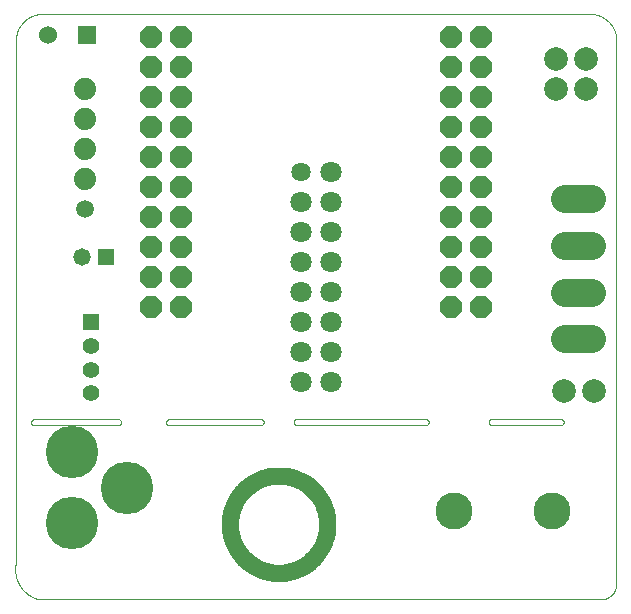
<source format=gts>
G75*
%MOIN*%
%OFA0B0*%
%FSLAX25Y25*%
%IPPOS*%
%LPD*%
%AMOC8*
5,1,8,0,0,1.08239X$1,22.5*
%
%ADD10C,0.00100*%
%ADD11C,0.17500*%
%ADD12R,0.06000X0.06000*%
%ADD13C,0.06000*%
%ADD14C,0.09358*%
%ADD15R,0.05500X0.05500*%
%ADD16C,0.05500*%
%ADD17OC8,0.07500*%
%ADD18C,0.06406*%
%ADD19C,0.07100*%
%ADD20C,0.05600*%
%ADD21C,0.12311*%
%ADD22C,0.07900*%
%ADD23R,0.05815X0.05815*%
%ADD24C,0.05815*%
%ADD25C,0.07400*%
%ADD26C,0.05900*%
D10*
X0014100Y0010000D02*
X0201600Y0010000D01*
X0201740Y0010002D01*
X0201880Y0010008D01*
X0202020Y0010018D01*
X0202160Y0010031D01*
X0202299Y0010049D01*
X0202438Y0010071D01*
X0202575Y0010096D01*
X0202713Y0010125D01*
X0202849Y0010158D01*
X0202984Y0010195D01*
X0203118Y0010236D01*
X0203251Y0010281D01*
X0203383Y0010329D01*
X0203513Y0010381D01*
X0203642Y0010436D01*
X0203769Y0010495D01*
X0203895Y0010558D01*
X0204019Y0010624D01*
X0204140Y0010693D01*
X0204260Y0010766D01*
X0204378Y0010843D01*
X0204493Y0010922D01*
X0204607Y0011005D01*
X0204717Y0011091D01*
X0204826Y0011180D01*
X0204932Y0011272D01*
X0205035Y0011367D01*
X0205136Y0011464D01*
X0205233Y0011565D01*
X0205328Y0011668D01*
X0205420Y0011774D01*
X0205509Y0011883D01*
X0205595Y0011993D01*
X0205678Y0012107D01*
X0205757Y0012222D01*
X0205834Y0012340D01*
X0205907Y0012460D01*
X0205976Y0012581D01*
X0206042Y0012705D01*
X0206105Y0012831D01*
X0206164Y0012958D01*
X0206219Y0013087D01*
X0206271Y0013217D01*
X0206319Y0013349D01*
X0206364Y0013482D01*
X0206405Y0013616D01*
X0206442Y0013751D01*
X0206475Y0013887D01*
X0206504Y0014025D01*
X0206529Y0014162D01*
X0206551Y0014301D01*
X0206569Y0014440D01*
X0206582Y0014580D01*
X0206592Y0014720D01*
X0206598Y0014860D01*
X0206600Y0015000D01*
X0206600Y0195000D01*
X0206628Y0195212D01*
X0206650Y0195424D01*
X0206668Y0195637D01*
X0206680Y0195850D01*
X0206687Y0196064D01*
X0206689Y0196277D01*
X0206686Y0196491D01*
X0206677Y0196704D01*
X0206664Y0196918D01*
X0206645Y0197130D01*
X0206621Y0197343D01*
X0206592Y0197554D01*
X0206558Y0197765D01*
X0206519Y0197975D01*
X0206475Y0198184D01*
X0206426Y0198392D01*
X0206371Y0198598D01*
X0206312Y0198804D01*
X0206248Y0199007D01*
X0206179Y0199210D01*
X0206105Y0199410D01*
X0206026Y0199608D01*
X0205943Y0199805D01*
X0205854Y0200000D01*
X0205761Y0200192D01*
X0205664Y0200382D01*
X0205562Y0200570D01*
X0205455Y0200755D01*
X0205344Y0200937D01*
X0205229Y0201117D01*
X0205109Y0201294D01*
X0204985Y0201468D01*
X0204857Y0201638D01*
X0204724Y0201806D01*
X0204588Y0201971D01*
X0204448Y0202132D01*
X0204304Y0202290D01*
X0204156Y0202444D01*
X0204005Y0202594D01*
X0203849Y0202741D01*
X0203691Y0202884D01*
X0203529Y0203023D01*
X0203363Y0203159D01*
X0203195Y0203290D01*
X0203023Y0203417D01*
X0202849Y0203540D01*
X0202671Y0203659D01*
X0202491Y0203773D01*
X0202307Y0203883D01*
X0202122Y0203988D01*
X0201933Y0204089D01*
X0201743Y0204186D01*
X0201550Y0204277D01*
X0201355Y0204364D01*
X0201158Y0204447D01*
X0200959Y0204524D01*
X0200758Y0204597D01*
X0200555Y0204665D01*
X0200351Y0204728D01*
X0200146Y0204786D01*
X0199939Y0204839D01*
X0199731Y0204887D01*
X0199521Y0204930D01*
X0199311Y0204967D01*
X0199100Y0205000D01*
X0014100Y0205000D01*
X0013886Y0204967D01*
X0013672Y0204928D01*
X0013460Y0204884D01*
X0013248Y0204836D01*
X0013038Y0204781D01*
X0012830Y0204722D01*
X0012622Y0204658D01*
X0012417Y0204588D01*
X0012213Y0204514D01*
X0012011Y0204434D01*
X0011811Y0204350D01*
X0011614Y0204261D01*
X0011418Y0204166D01*
X0011225Y0204068D01*
X0011035Y0203964D01*
X0010847Y0203856D01*
X0010661Y0203743D01*
X0010479Y0203626D01*
X0010299Y0203504D01*
X0010123Y0203378D01*
X0009949Y0203247D01*
X0009779Y0203113D01*
X0009613Y0202974D01*
X0009449Y0202831D01*
X0009290Y0202684D01*
X0009134Y0202534D01*
X0008981Y0202379D01*
X0008833Y0202221D01*
X0008688Y0202059D01*
X0008548Y0201894D01*
X0008411Y0201725D01*
X0008279Y0201553D01*
X0008151Y0201378D01*
X0008027Y0201200D01*
X0007908Y0201019D01*
X0007793Y0200835D01*
X0007683Y0200648D01*
X0007577Y0200458D01*
X0007476Y0200266D01*
X0007380Y0200072D01*
X0007289Y0199875D01*
X0007202Y0199676D01*
X0007120Y0199475D01*
X0007044Y0199272D01*
X0006972Y0199068D01*
X0006905Y0198861D01*
X0006844Y0198653D01*
X0006788Y0198444D01*
X0006736Y0198233D01*
X0006690Y0198021D01*
X0006649Y0197808D01*
X0006614Y0197594D01*
X0006583Y0197379D01*
X0006558Y0197164D01*
X0006539Y0196948D01*
X0006524Y0196731D01*
X0006515Y0196514D01*
X0006511Y0196297D01*
X0006513Y0196080D01*
X0006519Y0195864D01*
X0006532Y0195647D01*
X0006549Y0195431D01*
X0006572Y0195215D01*
X0006600Y0195000D01*
X0006600Y0022500D01*
X0006542Y0022258D01*
X0006491Y0022014D01*
X0006445Y0021769D01*
X0006405Y0021523D01*
X0006371Y0021276D01*
X0006343Y0021029D01*
X0006322Y0020781D01*
X0006306Y0020532D01*
X0006296Y0020283D01*
X0006292Y0020034D01*
X0006294Y0019785D01*
X0006302Y0019536D01*
X0006317Y0019287D01*
X0006337Y0019039D01*
X0006363Y0018791D01*
X0006395Y0018544D01*
X0006433Y0018298D01*
X0006478Y0018053D01*
X0006528Y0017809D01*
X0006583Y0017566D01*
X0006645Y0017325D01*
X0006713Y0017085D01*
X0006786Y0016847D01*
X0006865Y0016611D01*
X0006950Y0016377D01*
X0007040Y0016145D01*
X0007136Y0015915D01*
X0007238Y0015687D01*
X0007345Y0015462D01*
X0007457Y0015240D01*
X0007575Y0015020D01*
X0007698Y0014804D01*
X0007826Y0014590D01*
X0007959Y0014380D01*
X0008097Y0014173D01*
X0008241Y0013969D01*
X0008389Y0013769D01*
X0008542Y0013572D01*
X0008699Y0013379D01*
X0008862Y0013190D01*
X0009029Y0013005D01*
X0009200Y0012824D01*
X0009375Y0012648D01*
X0009555Y0012475D01*
X0009739Y0012307D01*
X0009927Y0012144D01*
X0010119Y0011985D01*
X0010314Y0011830D01*
X0010513Y0011681D01*
X0010716Y0011536D01*
X0010923Y0011396D01*
X0011132Y0011262D01*
X0011345Y0011132D01*
X0011561Y0011008D01*
X0011779Y0010889D01*
X0012001Y0010775D01*
X0012225Y0010666D01*
X0012452Y0010563D01*
X0012681Y0010466D01*
X0012913Y0010374D01*
X0013146Y0010288D01*
X0013382Y0010207D01*
X0013620Y0010132D01*
X0013859Y0010063D01*
X0014100Y0010000D01*
X0012600Y0068000D02*
X0040600Y0068000D01*
X0040660Y0068002D01*
X0040721Y0068007D01*
X0040780Y0068016D01*
X0040839Y0068029D01*
X0040898Y0068045D01*
X0040955Y0068065D01*
X0041010Y0068088D01*
X0041065Y0068115D01*
X0041117Y0068144D01*
X0041168Y0068177D01*
X0041217Y0068213D01*
X0041263Y0068251D01*
X0041307Y0068293D01*
X0041349Y0068337D01*
X0041387Y0068383D01*
X0041423Y0068432D01*
X0041456Y0068483D01*
X0041485Y0068535D01*
X0041512Y0068590D01*
X0041535Y0068645D01*
X0041555Y0068702D01*
X0041571Y0068761D01*
X0041584Y0068820D01*
X0041593Y0068879D01*
X0041598Y0068940D01*
X0041600Y0069000D01*
X0041598Y0069060D01*
X0041593Y0069121D01*
X0041584Y0069180D01*
X0041571Y0069239D01*
X0041555Y0069298D01*
X0041535Y0069355D01*
X0041512Y0069410D01*
X0041485Y0069465D01*
X0041456Y0069517D01*
X0041423Y0069568D01*
X0041387Y0069617D01*
X0041349Y0069663D01*
X0041307Y0069707D01*
X0041263Y0069749D01*
X0041217Y0069787D01*
X0041168Y0069823D01*
X0041117Y0069856D01*
X0041065Y0069885D01*
X0041010Y0069912D01*
X0040955Y0069935D01*
X0040898Y0069955D01*
X0040839Y0069971D01*
X0040780Y0069984D01*
X0040721Y0069993D01*
X0040660Y0069998D01*
X0040600Y0070000D01*
X0012600Y0070000D01*
X0011600Y0069000D02*
X0011602Y0068940D01*
X0011607Y0068879D01*
X0011616Y0068820D01*
X0011629Y0068761D01*
X0011645Y0068702D01*
X0011665Y0068645D01*
X0011688Y0068590D01*
X0011715Y0068535D01*
X0011744Y0068483D01*
X0011777Y0068432D01*
X0011813Y0068383D01*
X0011851Y0068337D01*
X0011893Y0068293D01*
X0011937Y0068251D01*
X0011983Y0068213D01*
X0012032Y0068177D01*
X0012083Y0068144D01*
X0012135Y0068115D01*
X0012190Y0068088D01*
X0012245Y0068065D01*
X0012302Y0068045D01*
X0012361Y0068029D01*
X0012420Y0068016D01*
X0012479Y0068007D01*
X0012540Y0068002D01*
X0012600Y0068000D01*
X0011600Y0069000D02*
X0011602Y0069060D01*
X0011607Y0069121D01*
X0011616Y0069180D01*
X0011629Y0069239D01*
X0011645Y0069298D01*
X0011665Y0069355D01*
X0011688Y0069410D01*
X0011715Y0069465D01*
X0011744Y0069517D01*
X0011777Y0069568D01*
X0011813Y0069617D01*
X0011851Y0069663D01*
X0011893Y0069707D01*
X0011937Y0069749D01*
X0011983Y0069787D01*
X0012032Y0069823D01*
X0012083Y0069856D01*
X0012135Y0069885D01*
X0012190Y0069912D01*
X0012245Y0069935D01*
X0012302Y0069955D01*
X0012361Y0069971D01*
X0012420Y0069984D01*
X0012479Y0069993D01*
X0012540Y0069998D01*
X0012600Y0070000D01*
X0057600Y0070000D02*
X0088100Y0070000D01*
X0089100Y0069000D02*
X0089098Y0068940D01*
X0089093Y0068879D01*
X0089084Y0068820D01*
X0089071Y0068761D01*
X0089055Y0068702D01*
X0089035Y0068645D01*
X0089012Y0068590D01*
X0088985Y0068535D01*
X0088956Y0068483D01*
X0088923Y0068432D01*
X0088887Y0068383D01*
X0088849Y0068337D01*
X0088807Y0068293D01*
X0088763Y0068251D01*
X0088717Y0068213D01*
X0088668Y0068177D01*
X0088617Y0068144D01*
X0088565Y0068115D01*
X0088510Y0068088D01*
X0088455Y0068065D01*
X0088398Y0068045D01*
X0088339Y0068029D01*
X0088280Y0068016D01*
X0088221Y0068007D01*
X0088160Y0068002D01*
X0088100Y0068000D01*
X0057600Y0068000D01*
X0057540Y0068002D01*
X0057479Y0068007D01*
X0057420Y0068016D01*
X0057361Y0068029D01*
X0057302Y0068045D01*
X0057245Y0068065D01*
X0057190Y0068088D01*
X0057135Y0068115D01*
X0057083Y0068144D01*
X0057032Y0068177D01*
X0056983Y0068213D01*
X0056937Y0068251D01*
X0056893Y0068293D01*
X0056851Y0068337D01*
X0056813Y0068383D01*
X0056777Y0068432D01*
X0056744Y0068483D01*
X0056715Y0068535D01*
X0056688Y0068590D01*
X0056665Y0068645D01*
X0056645Y0068702D01*
X0056629Y0068761D01*
X0056616Y0068820D01*
X0056607Y0068879D01*
X0056602Y0068940D01*
X0056600Y0069000D01*
X0056602Y0069060D01*
X0056607Y0069121D01*
X0056616Y0069180D01*
X0056629Y0069239D01*
X0056645Y0069298D01*
X0056665Y0069355D01*
X0056688Y0069410D01*
X0056715Y0069465D01*
X0056744Y0069517D01*
X0056777Y0069568D01*
X0056813Y0069617D01*
X0056851Y0069663D01*
X0056893Y0069707D01*
X0056937Y0069749D01*
X0056983Y0069787D01*
X0057032Y0069823D01*
X0057083Y0069856D01*
X0057135Y0069885D01*
X0057190Y0069912D01*
X0057245Y0069935D01*
X0057302Y0069955D01*
X0057361Y0069971D01*
X0057420Y0069984D01*
X0057479Y0069993D01*
X0057540Y0069998D01*
X0057600Y0070000D01*
X0088100Y0070000D02*
X0088160Y0069998D01*
X0088221Y0069993D01*
X0088280Y0069984D01*
X0088339Y0069971D01*
X0088398Y0069955D01*
X0088455Y0069935D01*
X0088510Y0069912D01*
X0088565Y0069885D01*
X0088617Y0069856D01*
X0088668Y0069823D01*
X0088717Y0069787D01*
X0088763Y0069749D01*
X0088807Y0069707D01*
X0088849Y0069663D01*
X0088887Y0069617D01*
X0088923Y0069568D01*
X0088956Y0069517D01*
X0088985Y0069465D01*
X0089012Y0069410D01*
X0089035Y0069355D01*
X0089055Y0069298D01*
X0089071Y0069239D01*
X0089084Y0069180D01*
X0089093Y0069121D01*
X0089098Y0069060D01*
X0089100Y0069000D01*
X0099100Y0069000D02*
X0099102Y0068940D01*
X0099107Y0068879D01*
X0099116Y0068820D01*
X0099129Y0068761D01*
X0099145Y0068702D01*
X0099165Y0068645D01*
X0099188Y0068590D01*
X0099215Y0068535D01*
X0099244Y0068483D01*
X0099277Y0068432D01*
X0099313Y0068383D01*
X0099351Y0068337D01*
X0099393Y0068293D01*
X0099437Y0068251D01*
X0099483Y0068213D01*
X0099532Y0068177D01*
X0099583Y0068144D01*
X0099635Y0068115D01*
X0099690Y0068088D01*
X0099745Y0068065D01*
X0099802Y0068045D01*
X0099861Y0068029D01*
X0099920Y0068016D01*
X0099979Y0068007D01*
X0100040Y0068002D01*
X0100100Y0068000D01*
X0143100Y0068000D01*
X0143160Y0068002D01*
X0143221Y0068007D01*
X0143280Y0068016D01*
X0143339Y0068029D01*
X0143398Y0068045D01*
X0143455Y0068065D01*
X0143510Y0068088D01*
X0143565Y0068115D01*
X0143617Y0068144D01*
X0143668Y0068177D01*
X0143717Y0068213D01*
X0143763Y0068251D01*
X0143807Y0068293D01*
X0143849Y0068337D01*
X0143887Y0068383D01*
X0143923Y0068432D01*
X0143956Y0068483D01*
X0143985Y0068535D01*
X0144012Y0068590D01*
X0144035Y0068645D01*
X0144055Y0068702D01*
X0144071Y0068761D01*
X0144084Y0068820D01*
X0144093Y0068879D01*
X0144098Y0068940D01*
X0144100Y0069000D01*
X0144098Y0069060D01*
X0144093Y0069121D01*
X0144084Y0069180D01*
X0144071Y0069239D01*
X0144055Y0069298D01*
X0144035Y0069355D01*
X0144012Y0069410D01*
X0143985Y0069465D01*
X0143956Y0069517D01*
X0143923Y0069568D01*
X0143887Y0069617D01*
X0143849Y0069663D01*
X0143807Y0069707D01*
X0143763Y0069749D01*
X0143717Y0069787D01*
X0143668Y0069823D01*
X0143617Y0069856D01*
X0143565Y0069885D01*
X0143510Y0069912D01*
X0143455Y0069935D01*
X0143398Y0069955D01*
X0143339Y0069971D01*
X0143280Y0069984D01*
X0143221Y0069993D01*
X0143160Y0069998D01*
X0143100Y0070000D01*
X0100100Y0070000D01*
X0100040Y0069998D01*
X0099979Y0069993D01*
X0099920Y0069984D01*
X0099861Y0069971D01*
X0099802Y0069955D01*
X0099745Y0069935D01*
X0099690Y0069912D01*
X0099635Y0069885D01*
X0099583Y0069856D01*
X0099532Y0069823D01*
X0099483Y0069787D01*
X0099437Y0069749D01*
X0099393Y0069707D01*
X0099351Y0069663D01*
X0099313Y0069617D01*
X0099277Y0069568D01*
X0099244Y0069517D01*
X0099215Y0069465D01*
X0099188Y0069410D01*
X0099165Y0069355D01*
X0099145Y0069298D01*
X0099129Y0069239D01*
X0099116Y0069180D01*
X0099107Y0069121D01*
X0099102Y0069060D01*
X0099100Y0069000D01*
X0164100Y0069000D02*
X0164102Y0068940D01*
X0164107Y0068879D01*
X0164116Y0068820D01*
X0164129Y0068761D01*
X0164145Y0068702D01*
X0164165Y0068645D01*
X0164188Y0068590D01*
X0164215Y0068535D01*
X0164244Y0068483D01*
X0164277Y0068432D01*
X0164313Y0068383D01*
X0164351Y0068337D01*
X0164393Y0068293D01*
X0164437Y0068251D01*
X0164483Y0068213D01*
X0164532Y0068177D01*
X0164583Y0068144D01*
X0164635Y0068115D01*
X0164690Y0068088D01*
X0164745Y0068065D01*
X0164802Y0068045D01*
X0164861Y0068029D01*
X0164920Y0068016D01*
X0164979Y0068007D01*
X0165040Y0068002D01*
X0165100Y0068000D01*
X0188100Y0068000D01*
X0188160Y0068002D01*
X0188221Y0068007D01*
X0188280Y0068016D01*
X0188339Y0068029D01*
X0188398Y0068045D01*
X0188455Y0068065D01*
X0188510Y0068088D01*
X0188565Y0068115D01*
X0188617Y0068144D01*
X0188668Y0068177D01*
X0188717Y0068213D01*
X0188763Y0068251D01*
X0188807Y0068293D01*
X0188849Y0068337D01*
X0188887Y0068383D01*
X0188923Y0068432D01*
X0188956Y0068483D01*
X0188985Y0068535D01*
X0189012Y0068590D01*
X0189035Y0068645D01*
X0189055Y0068702D01*
X0189071Y0068761D01*
X0189084Y0068820D01*
X0189093Y0068879D01*
X0189098Y0068940D01*
X0189100Y0069000D01*
X0189098Y0069060D01*
X0189093Y0069121D01*
X0189084Y0069180D01*
X0189071Y0069239D01*
X0189055Y0069298D01*
X0189035Y0069355D01*
X0189012Y0069410D01*
X0188985Y0069465D01*
X0188956Y0069517D01*
X0188923Y0069568D01*
X0188887Y0069617D01*
X0188849Y0069663D01*
X0188807Y0069707D01*
X0188763Y0069749D01*
X0188717Y0069787D01*
X0188668Y0069823D01*
X0188617Y0069856D01*
X0188565Y0069885D01*
X0188510Y0069912D01*
X0188455Y0069935D01*
X0188398Y0069955D01*
X0188339Y0069971D01*
X0188280Y0069984D01*
X0188221Y0069993D01*
X0188160Y0069998D01*
X0188100Y0070000D01*
X0165100Y0070000D01*
X0165040Y0069998D01*
X0164979Y0069993D01*
X0164920Y0069984D01*
X0164861Y0069971D01*
X0164802Y0069955D01*
X0164745Y0069935D01*
X0164690Y0069912D01*
X0164635Y0069885D01*
X0164583Y0069856D01*
X0164532Y0069823D01*
X0164483Y0069787D01*
X0164437Y0069749D01*
X0164393Y0069707D01*
X0164351Y0069663D01*
X0164313Y0069617D01*
X0164277Y0069568D01*
X0164244Y0069517D01*
X0164215Y0069465D01*
X0164188Y0069410D01*
X0164165Y0069355D01*
X0164145Y0069298D01*
X0164129Y0069239D01*
X0164116Y0069180D01*
X0164107Y0069121D01*
X0164102Y0069060D01*
X0164100Y0069000D01*
D11*
X0043604Y0047126D03*
X0025100Y0058937D03*
X0025100Y0035315D03*
D12*
X0030100Y0198000D03*
D13*
X0017100Y0198000D03*
D14*
X0189671Y0143386D02*
X0198529Y0143386D01*
X0198529Y0127795D02*
X0189671Y0127795D01*
X0189671Y0112205D02*
X0198529Y0112205D01*
X0198529Y0096614D02*
X0189671Y0096614D01*
D15*
X0031600Y0102311D03*
D16*
X0031600Y0094437D03*
X0031600Y0086563D03*
X0031600Y0078689D03*
D17*
X0051600Y0107500D03*
X0061600Y0107500D03*
X0061600Y0117500D03*
X0061600Y0127500D03*
X0051600Y0127500D03*
X0051600Y0117500D03*
X0051600Y0137500D03*
X0051600Y0147500D03*
X0061600Y0147500D03*
X0061600Y0137500D03*
X0061600Y0157500D03*
X0061600Y0167500D03*
X0051600Y0167500D03*
X0051600Y0157500D03*
X0051600Y0177500D03*
X0051600Y0187500D03*
X0061600Y0187500D03*
X0061600Y0177500D03*
X0061600Y0197500D03*
X0051600Y0197500D03*
X0151600Y0197500D03*
X0161600Y0197500D03*
X0161600Y0187500D03*
X0161600Y0177500D03*
X0151600Y0177500D03*
X0151600Y0187500D03*
X0151600Y0167500D03*
X0151600Y0157500D03*
X0161600Y0157500D03*
X0161600Y0167500D03*
X0161600Y0147500D03*
X0161600Y0137500D03*
X0151600Y0137500D03*
X0151600Y0147500D03*
X0151600Y0127500D03*
X0151600Y0117500D03*
X0161600Y0117500D03*
X0161600Y0127500D03*
X0161600Y0107500D03*
X0151600Y0107500D03*
D18*
X0101600Y0152500D03*
D19*
X0101600Y0142500D03*
X0101600Y0132500D03*
X0101600Y0122500D03*
X0101600Y0112500D03*
X0101600Y0102500D03*
X0101600Y0092500D03*
X0101600Y0082500D03*
X0111600Y0082500D03*
X0111600Y0092500D03*
X0111600Y0102500D03*
X0111600Y0112500D03*
X0111600Y0122500D03*
X0111600Y0132500D03*
X0111600Y0142500D03*
X0111600Y0152500D03*
D20*
X0077867Y0035000D02*
X0077872Y0035398D01*
X0077887Y0035797D01*
X0077911Y0036194D01*
X0077945Y0036591D01*
X0077989Y0036987D01*
X0078043Y0037382D01*
X0078106Y0037775D01*
X0078179Y0038167D01*
X0078261Y0038557D01*
X0078353Y0038944D01*
X0078455Y0039330D01*
X0078566Y0039712D01*
X0078686Y0040092D01*
X0078816Y0040469D01*
X0078955Y0040842D01*
X0079103Y0041212D01*
X0079260Y0041578D01*
X0079426Y0041941D01*
X0079600Y0042299D01*
X0079784Y0042652D01*
X0079976Y0043001D01*
X0080176Y0043345D01*
X0080385Y0043685D01*
X0080603Y0044019D01*
X0080828Y0044347D01*
X0081062Y0044670D01*
X0081303Y0044987D01*
X0081552Y0045298D01*
X0081808Y0045603D01*
X0082072Y0045901D01*
X0082343Y0046193D01*
X0082622Y0046478D01*
X0082907Y0046757D01*
X0083199Y0047028D01*
X0083497Y0047292D01*
X0083802Y0047548D01*
X0084113Y0047797D01*
X0084430Y0048038D01*
X0084753Y0048272D01*
X0085081Y0048497D01*
X0085415Y0048715D01*
X0085755Y0048924D01*
X0086099Y0049124D01*
X0086448Y0049316D01*
X0086801Y0049500D01*
X0087159Y0049674D01*
X0087522Y0049840D01*
X0087888Y0049997D01*
X0088258Y0050145D01*
X0088631Y0050284D01*
X0089008Y0050414D01*
X0089388Y0050534D01*
X0089770Y0050645D01*
X0090156Y0050747D01*
X0090543Y0050839D01*
X0090933Y0050921D01*
X0091325Y0050994D01*
X0091718Y0051057D01*
X0092113Y0051111D01*
X0092509Y0051155D01*
X0092906Y0051189D01*
X0093303Y0051213D01*
X0093702Y0051228D01*
X0094100Y0051233D01*
X0094498Y0051228D01*
X0094897Y0051213D01*
X0095294Y0051189D01*
X0095691Y0051155D01*
X0096087Y0051111D01*
X0096482Y0051057D01*
X0096875Y0050994D01*
X0097267Y0050921D01*
X0097657Y0050839D01*
X0098044Y0050747D01*
X0098430Y0050645D01*
X0098812Y0050534D01*
X0099192Y0050414D01*
X0099569Y0050284D01*
X0099942Y0050145D01*
X0100312Y0049997D01*
X0100678Y0049840D01*
X0101041Y0049674D01*
X0101399Y0049500D01*
X0101752Y0049316D01*
X0102101Y0049124D01*
X0102445Y0048924D01*
X0102785Y0048715D01*
X0103119Y0048497D01*
X0103447Y0048272D01*
X0103770Y0048038D01*
X0104087Y0047797D01*
X0104398Y0047548D01*
X0104703Y0047292D01*
X0105001Y0047028D01*
X0105293Y0046757D01*
X0105578Y0046478D01*
X0105857Y0046193D01*
X0106128Y0045901D01*
X0106392Y0045603D01*
X0106648Y0045298D01*
X0106897Y0044987D01*
X0107138Y0044670D01*
X0107372Y0044347D01*
X0107597Y0044019D01*
X0107815Y0043685D01*
X0108024Y0043345D01*
X0108224Y0043001D01*
X0108416Y0042652D01*
X0108600Y0042299D01*
X0108774Y0041941D01*
X0108940Y0041578D01*
X0109097Y0041212D01*
X0109245Y0040842D01*
X0109384Y0040469D01*
X0109514Y0040092D01*
X0109634Y0039712D01*
X0109745Y0039330D01*
X0109847Y0038944D01*
X0109939Y0038557D01*
X0110021Y0038167D01*
X0110094Y0037775D01*
X0110157Y0037382D01*
X0110211Y0036987D01*
X0110255Y0036591D01*
X0110289Y0036194D01*
X0110313Y0035797D01*
X0110328Y0035398D01*
X0110333Y0035000D01*
X0110328Y0034602D01*
X0110313Y0034203D01*
X0110289Y0033806D01*
X0110255Y0033409D01*
X0110211Y0033013D01*
X0110157Y0032618D01*
X0110094Y0032225D01*
X0110021Y0031833D01*
X0109939Y0031443D01*
X0109847Y0031056D01*
X0109745Y0030670D01*
X0109634Y0030288D01*
X0109514Y0029908D01*
X0109384Y0029531D01*
X0109245Y0029158D01*
X0109097Y0028788D01*
X0108940Y0028422D01*
X0108774Y0028059D01*
X0108600Y0027701D01*
X0108416Y0027348D01*
X0108224Y0026999D01*
X0108024Y0026655D01*
X0107815Y0026315D01*
X0107597Y0025981D01*
X0107372Y0025653D01*
X0107138Y0025330D01*
X0106897Y0025013D01*
X0106648Y0024702D01*
X0106392Y0024397D01*
X0106128Y0024099D01*
X0105857Y0023807D01*
X0105578Y0023522D01*
X0105293Y0023243D01*
X0105001Y0022972D01*
X0104703Y0022708D01*
X0104398Y0022452D01*
X0104087Y0022203D01*
X0103770Y0021962D01*
X0103447Y0021728D01*
X0103119Y0021503D01*
X0102785Y0021285D01*
X0102445Y0021076D01*
X0102101Y0020876D01*
X0101752Y0020684D01*
X0101399Y0020500D01*
X0101041Y0020326D01*
X0100678Y0020160D01*
X0100312Y0020003D01*
X0099942Y0019855D01*
X0099569Y0019716D01*
X0099192Y0019586D01*
X0098812Y0019466D01*
X0098430Y0019355D01*
X0098044Y0019253D01*
X0097657Y0019161D01*
X0097267Y0019079D01*
X0096875Y0019006D01*
X0096482Y0018943D01*
X0096087Y0018889D01*
X0095691Y0018845D01*
X0095294Y0018811D01*
X0094897Y0018787D01*
X0094498Y0018772D01*
X0094100Y0018767D01*
X0093702Y0018772D01*
X0093303Y0018787D01*
X0092906Y0018811D01*
X0092509Y0018845D01*
X0092113Y0018889D01*
X0091718Y0018943D01*
X0091325Y0019006D01*
X0090933Y0019079D01*
X0090543Y0019161D01*
X0090156Y0019253D01*
X0089770Y0019355D01*
X0089388Y0019466D01*
X0089008Y0019586D01*
X0088631Y0019716D01*
X0088258Y0019855D01*
X0087888Y0020003D01*
X0087522Y0020160D01*
X0087159Y0020326D01*
X0086801Y0020500D01*
X0086448Y0020684D01*
X0086099Y0020876D01*
X0085755Y0021076D01*
X0085415Y0021285D01*
X0085081Y0021503D01*
X0084753Y0021728D01*
X0084430Y0021962D01*
X0084113Y0022203D01*
X0083802Y0022452D01*
X0083497Y0022708D01*
X0083199Y0022972D01*
X0082907Y0023243D01*
X0082622Y0023522D01*
X0082343Y0023807D01*
X0082072Y0024099D01*
X0081808Y0024397D01*
X0081552Y0024702D01*
X0081303Y0025013D01*
X0081062Y0025330D01*
X0080828Y0025653D01*
X0080603Y0025981D01*
X0080385Y0026315D01*
X0080176Y0026655D01*
X0079976Y0026999D01*
X0079784Y0027348D01*
X0079600Y0027701D01*
X0079426Y0028059D01*
X0079260Y0028422D01*
X0079103Y0028788D01*
X0078955Y0029158D01*
X0078816Y0029531D01*
X0078686Y0029908D01*
X0078566Y0030288D01*
X0078455Y0030670D01*
X0078353Y0031056D01*
X0078261Y0031443D01*
X0078179Y0031833D01*
X0078106Y0032225D01*
X0078043Y0032618D01*
X0077989Y0033013D01*
X0077945Y0033409D01*
X0077911Y0033806D01*
X0077887Y0034203D01*
X0077872Y0034602D01*
X0077867Y0035000D01*
D21*
X0152620Y0039500D03*
X0185100Y0039500D03*
D22*
X0189100Y0079500D03*
X0199100Y0079500D03*
X0196600Y0180000D03*
X0196600Y0190000D03*
X0186600Y0190000D03*
X0186600Y0180000D03*
D23*
X0036537Y0124000D03*
D24*
X0028663Y0124000D03*
D25*
X0029575Y0150000D03*
X0029625Y0160000D03*
X0029575Y0170000D03*
X0029625Y0180025D03*
D26*
X0029600Y0140000D03*
M02*

</source>
